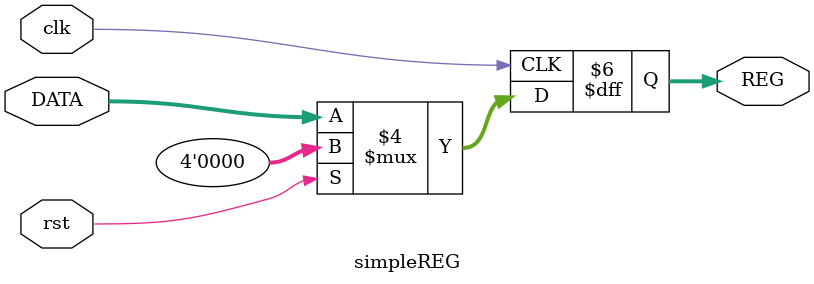
<source format=v>
module simpleREG #(parameter W=4) (DATA,clk,rst,REG);
input rst,clk;
input [W-1:0] DATA;
output reg [W-1:0] REG;


always @(posedge clk)
begin
	if(rst==1)
		begin
			REG<=0;
		end
	else
		begin
		
			REG<=DATA;
		end

end

endmodule
</source>
